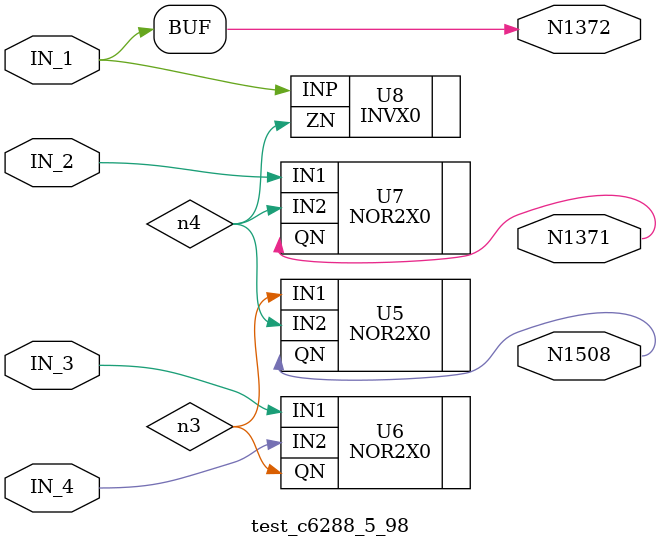
<source format=v>


module test_c6288_5_98 ( IN_1, IN_2, IN_3, IN_4, N1371, N1372, N1508 );
  input IN_1, IN_2, IN_3, IN_4;
  output N1371, N1372, N1508;
  wire   IN_1, n3, n4;
  assign N1372 = IN_1;

  NOR2X0 U5 ( .IN1(n3), .IN2(n4), .QN(N1508) );
  NOR2X0 U6 ( .IN1(IN_3), .IN2(IN_4), .QN(n3) );
  NOR2X0 U7 ( .IN1(IN_2), .IN2(n4), .QN(N1371) );
  INVX0 U8 ( .INP(IN_1), .ZN(n4) );
endmodule


</source>
